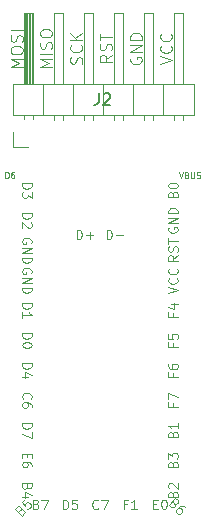
<source format=gbr>
%TF.GenerationSoftware,KiCad,Pcbnew,(6.0.1)*%
%TF.CreationDate,2022-02-07T23:01:22+01:00*%
%TF.ProjectId,pluto,706c7574-6f2e-46b6-9963-61645f706362,1.0*%
%TF.SameCoordinates,Original*%
%TF.FileFunction,Legend,Top*%
%TF.FilePolarity,Positive*%
%FSLAX46Y46*%
G04 Gerber Fmt 4.6, Leading zero omitted, Abs format (unit mm)*
G04 Created by KiCad (PCBNEW (6.0.1)) date 2022-02-07 23:01:22*
%MOMM*%
%LPD*%
G01*
G04 APERTURE LIST*
%ADD10C,0.100000*%
%ADD11C,0.120000*%
%ADD12C,0.150000*%
%ADD13C,1.752600*%
%ADD14R,1.700000X1.700000*%
%ADD15O,1.700000X1.700000*%
G04 APERTURE END LIST*
D10*
X147902380Y-91332619D02*
X147426190Y-91665952D01*
X147902380Y-91904047D02*
X146902380Y-91904047D01*
X146902380Y-91523095D01*
X146950000Y-91427857D01*
X146997619Y-91380238D01*
X147092857Y-91332619D01*
X147235714Y-91332619D01*
X147330952Y-91380238D01*
X147378571Y-91427857D01*
X147426190Y-91523095D01*
X147426190Y-91904047D01*
X147854761Y-90951666D02*
X147902380Y-90808809D01*
X147902380Y-90570714D01*
X147854761Y-90475476D01*
X147807142Y-90427857D01*
X147711904Y-90380238D01*
X147616666Y-90380238D01*
X147521428Y-90427857D01*
X147473809Y-90475476D01*
X147426190Y-90570714D01*
X147378571Y-90761190D01*
X147330952Y-90856428D01*
X147283333Y-90904047D01*
X147188095Y-90951666D01*
X147092857Y-90951666D01*
X146997619Y-90904047D01*
X146950000Y-90856428D01*
X146902380Y-90761190D01*
X146902380Y-90523095D01*
X146950000Y-90380238D01*
X146902380Y-90094523D02*
X146902380Y-89523095D01*
X147902380Y-89808809D02*
X146902380Y-89808809D01*
X149500000Y-91546904D02*
X149452380Y-91642142D01*
X149452380Y-91785000D01*
X149500000Y-91927857D01*
X149595238Y-92023095D01*
X149690476Y-92070714D01*
X149880952Y-92118333D01*
X150023809Y-92118333D01*
X150214285Y-92070714D01*
X150309523Y-92023095D01*
X150404761Y-91927857D01*
X150452380Y-91785000D01*
X150452380Y-91689761D01*
X150404761Y-91546904D01*
X150357142Y-91499285D01*
X150023809Y-91499285D01*
X150023809Y-91689761D01*
X150452380Y-91070714D02*
X149452380Y-91070714D01*
X150452380Y-90499285D01*
X149452380Y-90499285D01*
X150452380Y-90023095D02*
X149452380Y-90023095D01*
X149452380Y-89785000D01*
X149500000Y-89642142D01*
X149595238Y-89546904D01*
X149690476Y-89499285D01*
X149880952Y-89451666D01*
X150023809Y-89451666D01*
X150214285Y-89499285D01*
X150309523Y-89546904D01*
X150404761Y-89642142D01*
X150452380Y-89785000D01*
X150452380Y-90023095D01*
X142852380Y-92356428D02*
X141852380Y-92356428D01*
X142566666Y-92023095D01*
X141852380Y-91689761D01*
X142852380Y-91689761D01*
X142852380Y-91213571D02*
X141852380Y-91213571D01*
X142804761Y-90785000D02*
X142852380Y-90642142D01*
X142852380Y-90404047D01*
X142804761Y-90308809D01*
X142757142Y-90261190D01*
X142661904Y-90213571D01*
X142566666Y-90213571D01*
X142471428Y-90261190D01*
X142423809Y-90308809D01*
X142376190Y-90404047D01*
X142328571Y-90594523D01*
X142280952Y-90689761D01*
X142233333Y-90737380D01*
X142138095Y-90785000D01*
X142042857Y-90785000D01*
X141947619Y-90737380D01*
X141900000Y-90689761D01*
X141852380Y-90594523D01*
X141852380Y-90356428D01*
X141900000Y-90213571D01*
X141852380Y-89594523D02*
X141852380Y-89404047D01*
X141900000Y-89308809D01*
X141995238Y-89213571D01*
X142185714Y-89165952D01*
X142519047Y-89165952D01*
X142709523Y-89213571D01*
X142804761Y-89308809D01*
X142852380Y-89404047D01*
X142852380Y-89594523D01*
X142804761Y-89689761D01*
X142709523Y-89785000D01*
X142519047Y-89832619D01*
X142185714Y-89832619D01*
X141995238Y-89785000D01*
X141900000Y-89689761D01*
X141852380Y-89594523D01*
X145354761Y-92070714D02*
X145402380Y-91927857D01*
X145402380Y-91689761D01*
X145354761Y-91594523D01*
X145307142Y-91546904D01*
X145211904Y-91499285D01*
X145116666Y-91499285D01*
X145021428Y-91546904D01*
X144973809Y-91594523D01*
X144926190Y-91689761D01*
X144878571Y-91880238D01*
X144830952Y-91975476D01*
X144783333Y-92023095D01*
X144688095Y-92070714D01*
X144592857Y-92070714D01*
X144497619Y-92023095D01*
X144450000Y-91975476D01*
X144402380Y-91880238D01*
X144402380Y-91642142D01*
X144450000Y-91499285D01*
X145307142Y-90499285D02*
X145354761Y-90546904D01*
X145402380Y-90689761D01*
X145402380Y-90785000D01*
X145354761Y-90927857D01*
X145259523Y-91023095D01*
X145164285Y-91070714D01*
X144973809Y-91118333D01*
X144830952Y-91118333D01*
X144640476Y-91070714D01*
X144545238Y-91023095D01*
X144450000Y-90927857D01*
X144402380Y-90785000D01*
X144402380Y-90689761D01*
X144450000Y-90546904D01*
X144497619Y-90499285D01*
X145402380Y-90070714D02*
X144402380Y-90070714D01*
X145402380Y-89499285D02*
X144830952Y-89927857D01*
X144402380Y-89499285D02*
X144973809Y-90070714D01*
X152002380Y-92118333D02*
X153002380Y-91785000D01*
X152002380Y-91451666D01*
X152907142Y-90546904D02*
X152954761Y-90594523D01*
X153002380Y-90737380D01*
X153002380Y-90832619D01*
X152954761Y-90975476D01*
X152859523Y-91070714D01*
X152764285Y-91118333D01*
X152573809Y-91165952D01*
X152430952Y-91165952D01*
X152240476Y-91118333D01*
X152145238Y-91070714D01*
X152050000Y-90975476D01*
X152002380Y-90832619D01*
X152002380Y-90737380D01*
X152050000Y-90594523D01*
X152097619Y-90546904D01*
X152907142Y-89546904D02*
X152954761Y-89594523D01*
X153002380Y-89737380D01*
X153002380Y-89832619D01*
X152954761Y-89975476D01*
X152859523Y-90070714D01*
X152764285Y-90118333D01*
X152573809Y-90165952D01*
X152430952Y-90165952D01*
X152240476Y-90118333D01*
X152145238Y-90070714D01*
X152050000Y-89975476D01*
X152002380Y-89832619D01*
X152002380Y-89737380D01*
X152050000Y-89594523D01*
X152097619Y-89546904D01*
X140352380Y-92356428D02*
X139352380Y-92356428D01*
X140066666Y-92023095D01*
X139352380Y-91689761D01*
X140352380Y-91689761D01*
X139352380Y-91023095D02*
X139352380Y-90832619D01*
X139400000Y-90737380D01*
X139495238Y-90642142D01*
X139685714Y-90594523D01*
X140019047Y-90594523D01*
X140209523Y-90642142D01*
X140304761Y-90737380D01*
X140352380Y-90832619D01*
X140352380Y-91023095D01*
X140304761Y-91118333D01*
X140209523Y-91213571D01*
X140019047Y-91261190D01*
X139685714Y-91261190D01*
X139495238Y-91213571D01*
X139400000Y-91118333D01*
X139352380Y-91023095D01*
X140304761Y-90213571D02*
X140352380Y-90070714D01*
X140352380Y-89832619D01*
X140304761Y-89737380D01*
X140257142Y-89689761D01*
X140161904Y-89642142D01*
X140066666Y-89642142D01*
X139971428Y-89689761D01*
X139923809Y-89737380D01*
X139876190Y-89832619D01*
X139828571Y-90023095D01*
X139780952Y-90118333D01*
X139733333Y-90165952D01*
X139638095Y-90213571D01*
X139542857Y-90213571D01*
X139447619Y-90165952D01*
X139400000Y-90118333D01*
X139352380Y-90023095D01*
X139352380Y-89785000D01*
X139400000Y-89642142D01*
X140352380Y-89213571D02*
X139352380Y-89213571D01*
%TO.C,J1*%
X138910952Y-101746190D02*
X138910952Y-101246190D01*
X139030000Y-101246190D01*
X139101428Y-101270000D01*
X139149047Y-101317619D01*
X139172857Y-101365238D01*
X139196666Y-101460476D01*
X139196666Y-101531904D01*
X139172857Y-101627142D01*
X139149047Y-101674761D01*
X139101428Y-101722380D01*
X139030000Y-101746190D01*
X138910952Y-101746190D01*
X139625238Y-101246190D02*
X139530000Y-101246190D01*
X139482380Y-101270000D01*
X139458571Y-101293809D01*
X139410952Y-101365238D01*
X139387142Y-101460476D01*
X139387142Y-101650952D01*
X139410952Y-101698571D01*
X139434761Y-101722380D01*
X139482380Y-101746190D01*
X139577619Y-101746190D01*
X139625238Y-101722380D01*
X139649047Y-101698571D01*
X139672857Y-101650952D01*
X139672857Y-101531904D01*
X139649047Y-101484285D01*
X139625238Y-101460476D01*
X139577619Y-101436666D01*
X139482380Y-101436666D01*
X139434761Y-101460476D01*
X139410952Y-101484285D01*
X139387142Y-101531904D01*
D11*
X140391285Y-120436666D02*
X140353190Y-120398571D01*
X140315095Y-120284285D01*
X140315095Y-120208095D01*
X140353190Y-120093809D01*
X140429380Y-120017619D01*
X140505571Y-119979523D01*
X140657952Y-119941428D01*
X140772238Y-119941428D01*
X140924619Y-119979523D01*
X141000809Y-120017619D01*
X141077000Y-120093809D01*
X141115095Y-120208095D01*
X141115095Y-120284285D01*
X141077000Y-120398571D01*
X141038904Y-120436666D01*
X141115095Y-121122380D02*
X141115095Y-120970000D01*
X141077000Y-120893809D01*
X141038904Y-120855714D01*
X140924619Y-120779523D01*
X140772238Y-120741428D01*
X140467476Y-120741428D01*
X140391285Y-120779523D01*
X140353190Y-120817619D01*
X140315095Y-120893809D01*
X140315095Y-121046190D01*
X140353190Y-121122380D01*
X140391285Y-121160476D01*
X140467476Y-121198571D01*
X140657952Y-121198571D01*
X140734142Y-121160476D01*
X140772238Y-121122380D01*
X140810333Y-121046190D01*
X140810333Y-120893809D01*
X140772238Y-120817619D01*
X140734142Y-120779523D01*
X140657952Y-120741428D01*
X153065857Y-120836666D02*
X153065857Y-121103333D01*
X153484904Y-121103333D02*
X152684904Y-121103333D01*
X152684904Y-120722380D01*
X152684904Y-120493809D02*
X152684904Y-119960476D01*
X153484904Y-120303333D01*
X153065857Y-115756666D02*
X153065857Y-116023333D01*
X153484904Y-116023333D02*
X152684904Y-116023333D01*
X152684904Y-115642380D01*
X152684904Y-114956666D02*
X152684904Y-115337619D01*
X153065857Y-115375714D01*
X153027761Y-115337619D01*
X152989666Y-115261428D01*
X152989666Y-115070952D01*
X153027761Y-114994761D01*
X153065857Y-114956666D01*
X153142047Y-114918571D01*
X153332523Y-114918571D01*
X153408714Y-114956666D01*
X153446809Y-114994761D01*
X153484904Y-115070952D01*
X153484904Y-115261428D01*
X153446809Y-115337619D01*
X153408714Y-115375714D01*
X140315095Y-114899523D02*
X141115095Y-114899523D01*
X141115095Y-115090000D01*
X141077000Y-115204285D01*
X141000809Y-115280476D01*
X140924619Y-115318571D01*
X140772238Y-115356666D01*
X140657952Y-115356666D01*
X140505571Y-115318571D01*
X140429380Y-115280476D01*
X140353190Y-115204285D01*
X140315095Y-115090000D01*
X140315095Y-114899523D01*
X141115095Y-115851904D02*
X141115095Y-115928095D01*
X141077000Y-116004285D01*
X141038904Y-116042380D01*
X140962714Y-116080476D01*
X140810333Y-116118571D01*
X140619857Y-116118571D01*
X140467476Y-116080476D01*
X140391285Y-116042380D01*
X140353190Y-116004285D01*
X140315095Y-115928095D01*
X140315095Y-115851904D01*
X140353190Y-115775714D01*
X140391285Y-115737619D01*
X140467476Y-115699523D01*
X140619857Y-115661428D01*
X140810333Y-115661428D01*
X140962714Y-115699523D01*
X141038904Y-115737619D01*
X141077000Y-115775714D01*
X141115095Y-115851904D01*
X153065857Y-128513809D02*
X153103952Y-128399523D01*
X153142047Y-128361428D01*
X153218238Y-128323333D01*
X153332523Y-128323333D01*
X153408714Y-128361428D01*
X153446809Y-128399523D01*
X153484904Y-128475714D01*
X153484904Y-128780476D01*
X152684904Y-128780476D01*
X152684904Y-128513809D01*
X152723000Y-128437619D01*
X152761095Y-128399523D01*
X152837285Y-128361428D01*
X152913476Y-128361428D01*
X152989666Y-128399523D01*
X153027761Y-128437619D01*
X153065857Y-128513809D01*
X153065857Y-128780476D01*
X152761095Y-128018571D02*
X152723000Y-127980476D01*
X152684904Y-127904285D01*
X152684904Y-127713809D01*
X152723000Y-127637619D01*
X152761095Y-127599523D01*
X152837285Y-127561428D01*
X152913476Y-127561428D01*
X153027761Y-127599523D01*
X153484904Y-128056666D01*
X153484904Y-127561428D01*
X141496190Y-129352057D02*
X141610476Y-129390152D01*
X141648571Y-129428247D01*
X141686666Y-129504438D01*
X141686666Y-129618723D01*
X141648571Y-129694914D01*
X141610476Y-129733009D01*
X141534285Y-129771104D01*
X141229523Y-129771104D01*
X141229523Y-128971104D01*
X141496190Y-128971104D01*
X141572380Y-129009200D01*
X141610476Y-129047295D01*
X141648571Y-129123485D01*
X141648571Y-129199676D01*
X141610476Y-129275866D01*
X141572380Y-129313961D01*
X141496190Y-129352057D01*
X141229523Y-129352057D01*
X141953333Y-128971104D02*
X142486666Y-128971104D01*
X142143809Y-129771104D01*
X153484904Y-108308095D02*
X153103952Y-108574761D01*
X153484904Y-108765238D02*
X152684904Y-108765238D01*
X152684904Y-108460476D01*
X152723000Y-108384285D01*
X152761095Y-108346190D01*
X152837285Y-108308095D01*
X152951571Y-108308095D01*
X153027761Y-108346190D01*
X153065857Y-108384285D01*
X153103952Y-108460476D01*
X153103952Y-108765238D01*
X153446809Y-108003333D02*
X153484904Y-107889047D01*
X153484904Y-107698571D01*
X153446809Y-107622380D01*
X153408714Y-107584285D01*
X153332523Y-107546190D01*
X153256333Y-107546190D01*
X153180142Y-107584285D01*
X153142047Y-107622380D01*
X153103952Y-107698571D01*
X153065857Y-107850952D01*
X153027761Y-107927142D01*
X152989666Y-107965238D01*
X152913476Y-108003333D01*
X152837285Y-108003333D01*
X152761095Y-107965238D01*
X152723000Y-107927142D01*
X152684904Y-107850952D01*
X152684904Y-107660476D01*
X152723000Y-107546190D01*
X152684904Y-107317619D02*
X152684904Y-106860476D01*
X153484904Y-107089047D02*
X152684904Y-107089047D01*
X140734142Y-127866190D02*
X140696047Y-127980476D01*
X140657952Y-128018571D01*
X140581761Y-128056666D01*
X140467476Y-128056666D01*
X140391285Y-128018571D01*
X140353190Y-127980476D01*
X140315095Y-127904285D01*
X140315095Y-127599523D01*
X141115095Y-127599523D01*
X141115095Y-127866190D01*
X141077000Y-127942380D01*
X141038904Y-127980476D01*
X140962714Y-128018571D01*
X140886523Y-128018571D01*
X140810333Y-127980476D01*
X140772238Y-127942380D01*
X140734142Y-127866190D01*
X140734142Y-127599523D01*
X140848428Y-128742380D02*
X140315095Y-128742380D01*
X141153190Y-128551904D02*
X140581761Y-128361428D01*
X140581761Y-128856666D01*
X153065857Y-125973809D02*
X153103952Y-125859523D01*
X153142047Y-125821428D01*
X153218238Y-125783333D01*
X153332523Y-125783333D01*
X153408714Y-125821428D01*
X153446809Y-125859523D01*
X153484904Y-125935714D01*
X153484904Y-126240476D01*
X152684904Y-126240476D01*
X152684904Y-125973809D01*
X152723000Y-125897619D01*
X152761095Y-125859523D01*
X152837285Y-125821428D01*
X152913476Y-125821428D01*
X152989666Y-125859523D01*
X153027761Y-125897619D01*
X153065857Y-125973809D01*
X153065857Y-126240476D01*
X152684904Y-125516666D02*
X152684904Y-125021428D01*
X152989666Y-125288095D01*
X152989666Y-125173809D01*
X153027761Y-125097619D01*
X153065857Y-125059523D01*
X153142047Y-125021428D01*
X153332523Y-125021428D01*
X153408714Y-125059523D01*
X153446809Y-125097619D01*
X153484904Y-125173809D01*
X153484904Y-125402380D01*
X153446809Y-125478571D01*
X153408714Y-125516666D01*
X152684904Y-111476666D02*
X153484904Y-111210000D01*
X152684904Y-110943333D01*
X153408714Y-110219523D02*
X153446809Y-110257619D01*
X153484904Y-110371904D01*
X153484904Y-110448095D01*
X153446809Y-110562380D01*
X153370619Y-110638571D01*
X153294428Y-110676666D01*
X153142047Y-110714761D01*
X153027761Y-110714761D01*
X152875380Y-110676666D01*
X152799190Y-110638571D01*
X152723000Y-110562380D01*
X152684904Y-110448095D01*
X152684904Y-110371904D01*
X152723000Y-110257619D01*
X152761095Y-110219523D01*
X153408714Y-109419523D02*
X153446809Y-109457619D01*
X153484904Y-109571904D01*
X153484904Y-109648095D01*
X153446809Y-109762380D01*
X153370619Y-109838571D01*
X153294428Y-109876666D01*
X153142047Y-109914761D01*
X153027761Y-109914761D01*
X152875380Y-109876666D01*
X152799190Y-109838571D01*
X152723000Y-109762380D01*
X152684904Y-109648095D01*
X152684904Y-109571904D01*
X152723000Y-109457619D01*
X152761095Y-109419523D01*
X153065857Y-113216666D02*
X153065857Y-113483333D01*
X153484904Y-113483333D02*
X152684904Y-113483333D01*
X152684904Y-113102380D01*
X152951571Y-112454761D02*
X153484904Y-112454761D01*
X152646809Y-112645238D02*
X153218238Y-112835714D01*
X153218238Y-112340476D01*
X140315095Y-122519523D02*
X141115095Y-122519523D01*
X141115095Y-122710000D01*
X141077000Y-122824285D01*
X141000809Y-122900476D01*
X140924619Y-122938571D01*
X140772238Y-122976666D01*
X140657952Y-122976666D01*
X140505571Y-122938571D01*
X140429380Y-122900476D01*
X140353190Y-122824285D01*
X140315095Y-122710000D01*
X140315095Y-122519523D01*
X141115095Y-123243333D02*
X141115095Y-123776666D01*
X140315095Y-123433809D01*
X140315095Y-102199523D02*
X141115095Y-102199523D01*
X141115095Y-102390000D01*
X141077000Y-102504285D01*
X141000809Y-102580476D01*
X140924619Y-102618571D01*
X140772238Y-102656666D01*
X140657952Y-102656666D01*
X140505571Y-102618571D01*
X140429380Y-102580476D01*
X140353190Y-102504285D01*
X140315095Y-102390000D01*
X140315095Y-102199523D01*
X141115095Y-102923333D02*
X141115095Y-103418571D01*
X140810333Y-103151904D01*
X140810333Y-103266190D01*
X140772238Y-103342380D01*
X140734142Y-103380476D01*
X140657952Y-103418571D01*
X140467476Y-103418571D01*
X140391285Y-103380476D01*
X140353190Y-103342380D01*
X140315095Y-103266190D01*
X140315095Y-103037619D01*
X140353190Y-102961428D01*
X140391285Y-102923333D01*
X140176797Y-129853990D02*
X140284546Y-129800115D01*
X140338421Y-129800115D01*
X140419233Y-129827053D01*
X140500045Y-129907865D01*
X140526983Y-129988677D01*
X140526983Y-130042552D01*
X140500045Y-130123364D01*
X140284546Y-130338863D01*
X139718861Y-129773178D01*
X139907423Y-129584616D01*
X139988235Y-129557679D01*
X140042110Y-129557679D01*
X140122922Y-129584616D01*
X140176797Y-129638491D01*
X140203734Y-129719303D01*
X140203734Y-129773178D01*
X140176797Y-129853990D01*
X139988235Y-130042552D01*
X140553920Y-128938119D02*
X140284546Y-129207493D01*
X140526983Y-129503804D01*
X140526983Y-129449929D01*
X140553920Y-129369117D01*
X140688607Y-129234430D01*
X140769419Y-129207493D01*
X140823294Y-129207493D01*
X140904106Y-129234430D01*
X141038793Y-129369117D01*
X141065731Y-129449929D01*
X141065731Y-129503804D01*
X141038793Y-129584616D01*
X140904106Y-129719303D01*
X140823294Y-129746241D01*
X140769419Y-129746241D01*
X140315095Y-104739523D02*
X141115095Y-104739523D01*
X141115095Y-104930000D01*
X141077000Y-105044285D01*
X141000809Y-105120476D01*
X140924619Y-105158571D01*
X140772238Y-105196666D01*
X140657952Y-105196666D01*
X140505571Y-105158571D01*
X140429380Y-105120476D01*
X140353190Y-105044285D01*
X140315095Y-104930000D01*
X140315095Y-104739523D01*
X141038904Y-105501428D02*
X141077000Y-105539523D01*
X141115095Y-105615714D01*
X141115095Y-105806190D01*
X141077000Y-105882380D01*
X141038904Y-105920476D01*
X140962714Y-105958571D01*
X140886523Y-105958571D01*
X140772238Y-105920476D01*
X140315095Y-105463333D01*
X140315095Y-105958571D01*
X146766666Y-129694913D02*
X146728571Y-129733008D01*
X146614285Y-129771103D01*
X146538095Y-129771103D01*
X146423809Y-129733008D01*
X146347619Y-129656818D01*
X146309523Y-129580627D01*
X146271428Y-129428246D01*
X146271428Y-129313960D01*
X146309523Y-129161579D01*
X146347619Y-129085389D01*
X146423809Y-129009199D01*
X146538095Y-128971103D01*
X146614285Y-128971103D01*
X146728571Y-129009199D01*
X146766666Y-129047294D01*
X147033333Y-128971103D02*
X147566666Y-128971103D01*
X147223809Y-129771103D01*
X153065857Y-123433809D02*
X153103952Y-123319523D01*
X153142047Y-123281428D01*
X153218238Y-123243333D01*
X153332523Y-123243333D01*
X153408714Y-123281428D01*
X153446809Y-123319523D01*
X153484904Y-123395714D01*
X153484904Y-123700476D01*
X152684904Y-123700476D01*
X152684904Y-123433809D01*
X152723000Y-123357619D01*
X152761095Y-123319523D01*
X152837285Y-123281428D01*
X152913476Y-123281428D01*
X152989666Y-123319523D01*
X153027761Y-123357619D01*
X153065857Y-123433809D01*
X153065857Y-123700476D01*
X153484904Y-122481428D02*
X153484904Y-122938571D01*
X153484904Y-122710000D02*
X152684904Y-122710000D01*
X152799190Y-122786190D01*
X152875380Y-122862380D01*
X152913476Y-122938571D01*
X141077000Y-109800476D02*
X141115095Y-109724285D01*
X141115095Y-109610000D01*
X141077000Y-109495714D01*
X141000809Y-109419523D01*
X140924619Y-109381428D01*
X140772238Y-109343333D01*
X140657952Y-109343333D01*
X140505571Y-109381428D01*
X140429380Y-109419523D01*
X140353190Y-109495714D01*
X140315095Y-109610000D01*
X140315095Y-109686190D01*
X140353190Y-109800476D01*
X140391285Y-109838571D01*
X140657952Y-109838571D01*
X140657952Y-109686190D01*
X140315095Y-110181428D02*
X141115095Y-110181428D01*
X140315095Y-110638571D01*
X141115095Y-110638571D01*
X140315095Y-111019523D02*
X141115095Y-111019523D01*
X141115095Y-111210000D01*
X141077000Y-111324285D01*
X141000809Y-111400476D01*
X140924619Y-111438571D01*
X140772238Y-111476666D01*
X140657952Y-111476666D01*
X140505571Y-111438571D01*
X140429380Y-111400476D01*
X140353190Y-111324285D01*
X140315095Y-111210000D01*
X140315095Y-111019523D01*
X152723000Y-105939523D02*
X152684904Y-106015714D01*
X152684904Y-106130000D01*
X152723000Y-106244285D01*
X152799190Y-106320476D01*
X152875380Y-106358571D01*
X153027761Y-106396666D01*
X153142047Y-106396666D01*
X153294428Y-106358571D01*
X153370619Y-106320476D01*
X153446809Y-106244285D01*
X153484904Y-106130000D01*
X153484904Y-106053809D01*
X153446809Y-105939523D01*
X153408714Y-105901428D01*
X153142047Y-105901428D01*
X153142047Y-106053809D01*
X153484904Y-105558571D02*
X152684904Y-105558571D01*
X153484904Y-105101428D01*
X152684904Y-105101428D01*
X153484904Y-104720476D02*
X152684904Y-104720476D01*
X152684904Y-104530000D01*
X152723000Y-104415714D01*
X152799190Y-104339523D01*
X152875380Y-104301428D01*
X153027761Y-104263333D01*
X153142047Y-104263333D01*
X153294428Y-104301428D01*
X153370619Y-104339523D01*
X153446809Y-104415714D01*
X153484904Y-104530000D01*
X153484904Y-104720476D01*
X153216067Y-129294454D02*
X153269941Y-129402204D01*
X153269941Y-129456079D01*
X153243004Y-129536891D01*
X153162192Y-129617703D01*
X153081380Y-129644641D01*
X153027505Y-129644641D01*
X152946693Y-129617703D01*
X152731193Y-129402204D01*
X153296879Y-128836519D01*
X153485441Y-129025080D01*
X153512378Y-129105893D01*
X153512378Y-129159767D01*
X153485441Y-129240580D01*
X153431566Y-129294454D01*
X153350754Y-129321392D01*
X153296879Y-129321392D01*
X153216067Y-129294454D01*
X153027505Y-129105893D01*
X154105001Y-129644641D02*
X153997251Y-129536891D01*
X153916439Y-129509954D01*
X153862564Y-129509954D01*
X153727877Y-129536891D01*
X153593190Y-129617703D01*
X153377691Y-129833202D01*
X153350754Y-129914015D01*
X153350754Y-129967889D01*
X153377691Y-130048702D01*
X153485441Y-130156451D01*
X153566253Y-130183389D01*
X153620128Y-130183389D01*
X153700940Y-130156451D01*
X153835627Y-130021764D01*
X153862564Y-129940952D01*
X153862564Y-129887077D01*
X153835627Y-129806265D01*
X153727877Y-129698515D01*
X153647065Y-129671578D01*
X153593190Y-129671578D01*
X153512378Y-129698515D01*
X143769523Y-129771104D02*
X143769523Y-128971104D01*
X143960000Y-128971104D01*
X144074285Y-129009200D01*
X144150476Y-129085390D01*
X144188571Y-129161580D01*
X144226666Y-129313961D01*
X144226666Y-129428247D01*
X144188571Y-129580628D01*
X144150476Y-129656819D01*
X144074285Y-129733009D01*
X143960000Y-129771104D01*
X143769523Y-129771104D01*
X144950476Y-128971104D02*
X144569523Y-128971104D01*
X144531428Y-129352057D01*
X144569523Y-129313961D01*
X144645714Y-129275866D01*
X144836190Y-129275866D01*
X144912380Y-129313961D01*
X144950476Y-129352057D01*
X144988571Y-129428247D01*
X144988571Y-129618723D01*
X144950476Y-129694914D01*
X144912380Y-129733009D01*
X144836190Y-129771104D01*
X144645714Y-129771104D01*
X144569523Y-129733009D01*
X144531428Y-129694914D01*
D10*
X153603333Y-101246190D02*
X153770000Y-101746190D01*
X153936666Y-101246190D01*
X154270000Y-101484285D02*
X154341428Y-101508095D01*
X154365238Y-101531904D01*
X154389047Y-101579523D01*
X154389047Y-101650952D01*
X154365238Y-101698571D01*
X154341428Y-101722380D01*
X154293809Y-101746190D01*
X154103333Y-101746190D01*
X154103333Y-101246190D01*
X154270000Y-101246190D01*
X154317619Y-101270000D01*
X154341428Y-101293809D01*
X154365238Y-101341428D01*
X154365238Y-101389047D01*
X154341428Y-101436666D01*
X154317619Y-101460476D01*
X154270000Y-101484285D01*
X154103333Y-101484285D01*
X154603333Y-101246190D02*
X154603333Y-101650952D01*
X154627142Y-101698571D01*
X154650952Y-101722380D01*
X154698571Y-101746190D01*
X154793809Y-101746190D01*
X154841428Y-101722380D01*
X154865238Y-101698571D01*
X154889047Y-101650952D01*
X154889047Y-101246190D01*
X155103333Y-101722380D02*
X155174761Y-101746190D01*
X155293809Y-101746190D01*
X155341428Y-101722380D01*
X155365238Y-101698571D01*
X155389047Y-101650952D01*
X155389047Y-101603333D01*
X155365238Y-101555714D01*
X155341428Y-101531904D01*
X155293809Y-101508095D01*
X155198571Y-101484285D01*
X155150952Y-101460476D01*
X155127142Y-101436666D01*
X155103333Y-101389047D01*
X155103333Y-101341428D01*
X155127142Y-101293809D01*
X155150952Y-101270000D01*
X155198571Y-101246190D01*
X155317619Y-101246190D01*
X155389047Y-101270000D01*
D11*
X140315095Y-117439523D02*
X141115095Y-117439523D01*
X141115095Y-117630000D01*
X141077000Y-117744285D01*
X141000809Y-117820476D01*
X140924619Y-117858571D01*
X140772238Y-117896666D01*
X140657952Y-117896666D01*
X140505571Y-117858571D01*
X140429380Y-117820476D01*
X140353190Y-117744285D01*
X140315095Y-117630000D01*
X140315095Y-117439523D01*
X140848428Y-118582380D02*
X140315095Y-118582380D01*
X141153190Y-118391904D02*
X140581761Y-118201428D01*
X140581761Y-118696666D01*
X141077000Y-107260476D02*
X141115095Y-107184285D01*
X141115095Y-107070000D01*
X141077000Y-106955714D01*
X141000809Y-106879523D01*
X140924619Y-106841428D01*
X140772238Y-106803333D01*
X140657952Y-106803333D01*
X140505571Y-106841428D01*
X140429380Y-106879523D01*
X140353190Y-106955714D01*
X140315095Y-107070000D01*
X140315095Y-107146190D01*
X140353190Y-107260476D01*
X140391285Y-107298571D01*
X140657952Y-107298571D01*
X140657952Y-107146190D01*
X140315095Y-107641428D02*
X141115095Y-107641428D01*
X140315095Y-108098571D01*
X141115095Y-108098571D01*
X140315095Y-108479523D02*
X141115095Y-108479523D01*
X141115095Y-108670000D01*
X141077000Y-108784285D01*
X141000809Y-108860476D01*
X140924619Y-108898571D01*
X140772238Y-108936666D01*
X140657952Y-108936666D01*
X140505571Y-108898571D01*
X140429380Y-108860476D01*
X140353190Y-108784285D01*
X140315095Y-108670000D01*
X140315095Y-108479523D01*
X153065857Y-118296666D02*
X153065857Y-118563333D01*
X153484904Y-118563333D02*
X152684904Y-118563333D01*
X152684904Y-118182380D01*
X152684904Y-117534761D02*
X152684904Y-117687142D01*
X152723000Y-117763333D01*
X152761095Y-117801428D01*
X152875380Y-117877619D01*
X153027761Y-117915714D01*
X153332523Y-117915714D01*
X153408714Y-117877619D01*
X153446809Y-117839523D01*
X153484904Y-117763333D01*
X153484904Y-117610952D01*
X153446809Y-117534761D01*
X153408714Y-117496666D01*
X153332523Y-117458571D01*
X153142047Y-117458571D01*
X153065857Y-117496666D01*
X153027761Y-117534761D01*
X152989666Y-117610952D01*
X152989666Y-117763333D01*
X153027761Y-117839523D01*
X153065857Y-117877619D01*
X153142047Y-117915714D01*
X151427619Y-129352056D02*
X151694285Y-129352056D01*
X151808571Y-129771103D02*
X151427619Y-129771103D01*
X151427619Y-128971103D01*
X151808571Y-128971103D01*
X152303809Y-128971103D02*
X152380000Y-128971103D01*
X152456190Y-129009199D01*
X152494285Y-129047294D01*
X152532380Y-129123484D01*
X152570476Y-129275865D01*
X152570476Y-129466341D01*
X152532380Y-129618722D01*
X152494285Y-129694913D01*
X152456190Y-129733008D01*
X152380000Y-129771103D01*
X152303809Y-129771103D01*
X152227619Y-129733008D01*
X152189523Y-129694913D01*
X152151428Y-129618722D01*
X152113333Y-129466341D01*
X152113333Y-129275865D01*
X152151428Y-129123484D01*
X152189523Y-129047294D01*
X152227619Y-129009199D01*
X152303809Y-128971103D01*
X140315095Y-112359523D02*
X141115095Y-112359523D01*
X141115095Y-112550000D01*
X141077000Y-112664285D01*
X141000809Y-112740476D01*
X140924619Y-112778571D01*
X140772238Y-112816666D01*
X140657952Y-112816666D01*
X140505571Y-112778571D01*
X140429380Y-112740476D01*
X140353190Y-112664285D01*
X140315095Y-112550000D01*
X140315095Y-112359523D01*
X140315095Y-113578571D02*
X140315095Y-113121428D01*
X140315095Y-113350000D02*
X141115095Y-113350000D01*
X141000809Y-113273809D01*
X140924619Y-113197619D01*
X140886523Y-113121428D01*
X149173333Y-129352056D02*
X148906666Y-129352056D01*
X148906666Y-129771103D02*
X148906666Y-128971103D01*
X149287619Y-128971103D01*
X150011428Y-129771103D02*
X149554285Y-129771103D01*
X149782857Y-129771103D02*
X149782857Y-128971103D01*
X149706666Y-129085389D01*
X149630476Y-129161579D01*
X149554285Y-129199675D01*
X140734142Y-125097619D02*
X140734142Y-125364285D01*
X140315095Y-125478571D02*
X140315095Y-125097619D01*
X141115095Y-125097619D01*
X141115095Y-125478571D01*
X141115095Y-126164285D02*
X141115095Y-126011904D01*
X141077000Y-125935714D01*
X141038904Y-125897619D01*
X140924619Y-125821428D01*
X140772238Y-125783333D01*
X140467476Y-125783333D01*
X140391285Y-125821428D01*
X140353190Y-125859523D01*
X140315095Y-125935714D01*
X140315095Y-126088095D01*
X140353190Y-126164285D01*
X140391285Y-126202380D01*
X140467476Y-126240476D01*
X140657952Y-126240476D01*
X140734142Y-126202380D01*
X140772238Y-126164285D01*
X140810333Y-126088095D01*
X140810333Y-125935714D01*
X140772238Y-125859523D01*
X140734142Y-125821428D01*
X140657952Y-125783333D01*
X147465238Y-106911104D02*
X147465238Y-106111104D01*
X147655714Y-106111104D01*
X147770000Y-106149200D01*
X147846190Y-106225390D01*
X147884285Y-106301580D01*
X147922380Y-106453961D01*
X147922380Y-106568247D01*
X147884285Y-106720628D01*
X147846190Y-106796819D01*
X147770000Y-106873009D01*
X147655714Y-106911104D01*
X147465238Y-106911104D01*
X148265238Y-106606342D02*
X148874761Y-106606342D01*
X144925238Y-106911104D02*
X144925238Y-106111104D01*
X145115714Y-106111104D01*
X145230000Y-106149200D01*
X145306190Y-106225390D01*
X145344285Y-106301580D01*
X145382380Y-106453961D01*
X145382380Y-106568247D01*
X145344285Y-106720628D01*
X145306190Y-106796819D01*
X145230000Y-106873009D01*
X145115714Y-106911104D01*
X144925238Y-106911104D01*
X145725238Y-106606342D02*
X146334761Y-106606342D01*
X146030000Y-106911104D02*
X146030000Y-106301580D01*
X153065857Y-103113809D02*
X153103952Y-102999523D01*
X153142047Y-102961428D01*
X153218238Y-102923333D01*
X153332523Y-102923333D01*
X153408714Y-102961428D01*
X153446809Y-102999523D01*
X153484904Y-103075714D01*
X153484904Y-103380476D01*
X152684904Y-103380476D01*
X152684904Y-103113809D01*
X152723000Y-103037619D01*
X152761095Y-102999523D01*
X152837285Y-102961428D01*
X152913476Y-102961428D01*
X152989666Y-102999523D01*
X153027761Y-103037619D01*
X153065857Y-103113809D01*
X153065857Y-103380476D01*
X152684904Y-102428095D02*
X152684904Y-102351904D01*
X152723000Y-102275714D01*
X152761095Y-102237619D01*
X152837285Y-102199523D01*
X152989666Y-102161428D01*
X153180142Y-102161428D01*
X153332523Y-102199523D01*
X153408714Y-102237619D01*
X153446809Y-102275714D01*
X153484904Y-102351904D01*
X153484904Y-102428095D01*
X153446809Y-102504285D01*
X153408714Y-102542380D01*
X153332523Y-102580476D01*
X153180142Y-102618571D01*
X152989666Y-102618571D01*
X152837285Y-102580476D01*
X152761095Y-102542380D01*
X152723000Y-102504285D01*
X152684904Y-102428095D01*
D12*
%TO.C,J2*%
X146791666Y-94567380D02*
X146791666Y-95281666D01*
X146744047Y-95424523D01*
X146648809Y-95519761D01*
X146505952Y-95567380D01*
X146410714Y-95567380D01*
X147220238Y-94662619D02*
X147267857Y-94615000D01*
X147363095Y-94567380D01*
X147601190Y-94567380D01*
X147696428Y-94615000D01*
X147744047Y-94662619D01*
X147791666Y-94757857D01*
X147791666Y-94853095D01*
X147744047Y-94995952D01*
X147172619Y-95567380D01*
X147791666Y-95567380D01*
D11*
X154880000Y-93785000D02*
X139520000Y-93785000D01*
X142120000Y-96445000D02*
X142120000Y-93785000D01*
X151390000Y-87785000D02*
X151390000Y-93785000D01*
X149740000Y-96445000D02*
X149740000Y-93785000D01*
X143770000Y-87785000D02*
X143770000Y-93785000D01*
X150630000Y-93785000D02*
X150630000Y-87785000D01*
X140470000Y-96775000D02*
X140470000Y-96445000D01*
X146310000Y-87785000D02*
X146310000Y-93785000D01*
X153170000Y-96842071D02*
X153170000Y-96445000D01*
X148850000Y-96842071D02*
X148850000Y-96445000D01*
X153170000Y-87785000D02*
X153930000Y-87785000D01*
X143010000Y-93785000D02*
X143010000Y-87785000D01*
X140850000Y-99155000D02*
X139580000Y-99155000D01*
X140470000Y-87785000D02*
X141230000Y-87785000D01*
X139520000Y-93785000D02*
X139520000Y-96445000D01*
X150630000Y-96842071D02*
X150630000Y-96445000D01*
X144660000Y-96445000D02*
X144660000Y-93785000D01*
X150630000Y-87785000D02*
X151390000Y-87785000D01*
X148850000Y-87785000D02*
X148850000Y-93785000D01*
X143010000Y-87785000D02*
X143770000Y-87785000D01*
X153930000Y-87785000D02*
X153930000Y-93785000D01*
X148090000Y-93785000D02*
X148090000Y-87785000D01*
X143770000Y-96842071D02*
X143770000Y-96445000D01*
X140530000Y-93785000D02*
X140530000Y-87785000D01*
X141230000Y-87785000D02*
X141230000Y-93785000D01*
X145550000Y-87785000D02*
X146310000Y-87785000D01*
X140890000Y-93785000D02*
X140890000Y-87785000D01*
X143010000Y-96842071D02*
X143010000Y-96445000D01*
X141230000Y-96775000D02*
X141230000Y-96445000D01*
X140650000Y-93785000D02*
X140650000Y-87785000D01*
X140770000Y-93785000D02*
X140770000Y-87785000D01*
X141010000Y-93785000D02*
X141010000Y-87785000D01*
X140470000Y-93785000D02*
X140470000Y-87785000D01*
X139580000Y-99155000D02*
X139580000Y-97885000D01*
X153930000Y-96842071D02*
X153930000Y-96445000D01*
X147200000Y-96445000D02*
X147200000Y-93785000D01*
X148090000Y-96842071D02*
X148090000Y-96445000D01*
X141130000Y-93785000D02*
X141130000Y-87785000D01*
X139520000Y-96445000D02*
X154880000Y-96445000D01*
X146310000Y-96842071D02*
X146310000Y-96445000D01*
X145550000Y-93785000D02*
X145550000Y-87785000D01*
X151390000Y-96842071D02*
X151390000Y-96445000D01*
X153170000Y-93785000D02*
X153170000Y-87785000D01*
X154880000Y-96445000D02*
X154880000Y-93785000D01*
X152280000Y-96445000D02*
X152280000Y-93785000D01*
X145550000Y-96842071D02*
X145550000Y-96445000D01*
X148090000Y-87785000D02*
X148850000Y-87785000D01*
%TD*%
%LPC*%
D13*
%TO.C,J1*%
X139280000Y-100250000D03*
X139280000Y-102790000D03*
X139280000Y-105330000D03*
X139280000Y-107870000D03*
X139280000Y-110410000D03*
X139280000Y-112950000D03*
X139280000Y-115490000D03*
X139280000Y-118030000D03*
X139280000Y-120570000D03*
X139280000Y-123110000D03*
X139280000Y-125650000D03*
X139280000Y-128190000D03*
X139280000Y-130730000D03*
X141820000Y-130730000D03*
X144360000Y-130730000D03*
X146900000Y-130730000D03*
X149440000Y-130730000D03*
X151980000Y-130730000D03*
X154520000Y-130730000D03*
X154520000Y-128190000D03*
X154520000Y-125650000D03*
X154520000Y-123110000D03*
X154520000Y-120570000D03*
X154520000Y-118030000D03*
X154520000Y-115490000D03*
X154520000Y-112950000D03*
X154520000Y-110410000D03*
X154520000Y-107870000D03*
X154520000Y-105330000D03*
X154520000Y-102790000D03*
X154520000Y-100250000D03*
X148170000Y-107870000D03*
X145630000Y-107870000D03*
%TD*%
D14*
%TO.C,J2*%
X140850000Y-97885000D03*
D15*
X143390000Y-97885000D03*
X145930000Y-97885000D03*
X148470000Y-97885000D03*
X151010000Y-97885000D03*
X153550000Y-97885000D03*
%TD*%
M02*

</source>
